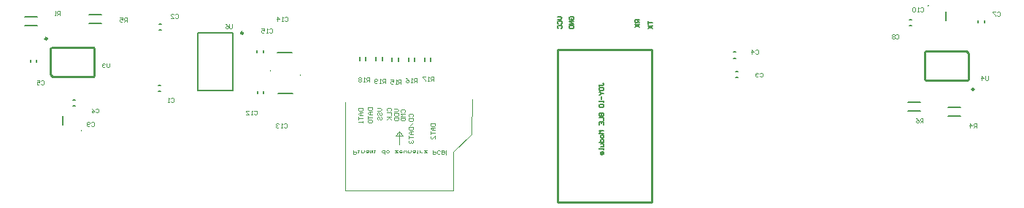
<source format=gbo>
G04*
G04 #@! TF.GenerationSoftware,Altium Limited,Altium Designer,21.3.2 (30)*
G04*
G04 Layer_Color=32896*
%FSLAX43Y43*%
%MOMM*%
G71*
G04*
G04 #@! TF.SameCoordinates,66AE08A6-6C82-4575-8D08-AF68D2AC6B58*
G04*
G04*
G04 #@! TF.FilePolarity,Positive*
G04*
G01*
G75*
%ADD10C,0.127*%
%ADD12C,0.200*%
%ADD14C,0.250*%
%ADD15C,0.254*%
%ADD16C,0.152*%
%ADD17C,0.203*%
%ADD18C,0.100*%
D10*
X31986Y62195D02*
G03*
X31986Y62195I-51J0D01*
G01*
X108300Y69757D02*
G03*
X108300Y69757I-51J0D01*
G01*
X10051Y55243D02*
G03*
X10051Y55243I-51J0D01*
G01*
X35465Y61704D02*
G03*
X35465Y61704I-51J0D01*
G01*
X75807Y67986D02*
Y67647D01*
Y67817D01*
X76315D01*
X75807Y67478D02*
X76315Y67140D01*
X75807D02*
X76315Y67478D01*
X66748Y68155D02*
X66663Y68240D01*
Y68409D01*
X66748Y68494D01*
X67086D01*
X67171Y68409D01*
Y68240D01*
X67086Y68155D01*
X66917D01*
Y68325D01*
X67171Y67986D02*
X66663D01*
X67171Y67648D01*
X66663D01*
Y67478D02*
X67171D01*
Y67224D01*
X67086Y67140D01*
X66748D01*
X66663Y67224D01*
Y67478D01*
X65266Y68494D02*
X65605D01*
X65774Y68325D01*
X65605Y68155D01*
X65266D01*
X65351Y67648D02*
X65266Y67732D01*
Y67902D01*
X65351Y67986D01*
X65689D01*
X65774Y67902D01*
Y67732D01*
X65689Y67648D01*
X65351Y67140D02*
X65266Y67224D01*
Y67394D01*
X65351Y67478D01*
X65689D01*
X65774Y67394D01*
Y67224D01*
X65689Y67140D01*
X74791Y68113D02*
X74283D01*
Y67859D01*
X74368Y67774D01*
X74537D01*
X74622Y67859D01*
Y68113D01*
Y67944D02*
X74791Y67774D01*
X74283Y67605D02*
X74791Y67267D01*
X74283D02*
X74791Y67605D01*
X70092Y60408D02*
Y60578D01*
Y60493D01*
X70515D01*
X70600Y60578D01*
Y60662D01*
X70515Y60747D01*
X70092Y60239D02*
X70600D01*
Y59985D01*
X70515Y59901D01*
X70177D01*
X70092Y59985D01*
Y60239D01*
Y59731D02*
X70177D01*
X70346Y59562D01*
X70177Y59393D01*
X70092D01*
X70346Y59562D02*
X70600D01*
X70346Y59223D02*
Y58885D01*
X70600Y58716D02*
Y58546D01*
Y58631D01*
X70092D01*
X70177Y58716D01*
Y58292D02*
X70092Y58208D01*
Y58039D01*
X70177Y57954D01*
X70515D01*
X70600Y58039D01*
Y58208D01*
X70515Y58292D01*
X70177D01*
X70092Y57277D02*
X70600D01*
Y57023D01*
X70515Y56938D01*
X70431D01*
X70346Y57023D01*
Y57277D01*
Y57023D01*
X70261Y56938D01*
X70177D01*
X70092Y57023D01*
Y57277D01*
Y56769D02*
X70600D01*
Y56430D01*
X70092Y55923D02*
Y56261D01*
X70600D01*
Y55923D01*
X70346Y56261D02*
Y56092D01*
X70600Y55245D02*
X70092D01*
X70261Y55076D01*
X70092Y54907D01*
X70600D01*
Y54653D02*
Y54484D01*
X70515Y54399D01*
X70346D01*
X70261Y54484D01*
Y54653D01*
X70346Y54738D01*
X70515D01*
X70600Y54653D01*
X70092Y53891D02*
X70600D01*
Y54145D01*
X70515Y54230D01*
X70346D01*
X70261Y54145D01*
Y53891D01*
Y53722D02*
X70515D01*
X70600Y53637D01*
Y53383D01*
X70261D01*
X70600Y53214D02*
Y53045D01*
Y53129D01*
X70092D01*
Y53214D01*
X70600Y52537D02*
Y52706D01*
X70515Y52791D01*
X70346D01*
X70261Y52706D01*
Y52537D01*
X70346Y52452D01*
X70431D01*
Y52791D01*
D12*
X27650Y59950D02*
Y66650D01*
X23550Y59950D02*
Y66650D01*
X27650D01*
X23550Y59950D02*
X27650D01*
D14*
X28800Y66600D02*
G03*
X28800Y66600I-125J0D01*
G01*
D15*
X113600Y60056D02*
G03*
X113600Y60056I-127J0D01*
G01*
X6079Y65944D02*
G03*
X6079Y65944I-127J0D01*
G01*
X65266Y47000D02*
Y64684D01*
X76188D01*
Y47000D02*
Y64684D01*
X65266Y47000D02*
X76188D01*
X108012Y61072D02*
X112838D01*
X107885Y61199D02*
X108012Y61072D01*
X107885Y61199D02*
Y64374D01*
X108012Y64501D01*
X112711D01*
X112965Y64247D01*
Y61199D02*
Y64247D01*
X6587Y64928D02*
X11413D01*
X11540Y64801D01*
Y61626D02*
Y64801D01*
X11413Y61499D02*
X11540Y61626D01*
X6714Y61499D02*
X11413D01*
X6460Y61753D02*
X6714Y61499D01*
X6460Y61753D02*
Y64801D01*
D16*
X85657Y64406D02*
X85911D01*
X85657Y63694D02*
X85911D01*
X85957Y62156D02*
X86211D01*
X85957Y61444D02*
X86211D01*
X3513Y67492D02*
X4935D01*
X3513Y68508D02*
X4935D01*
X18957Y60556D02*
X19211D01*
X18957Y59844D02*
X19211D01*
X19039Y67656D02*
X19293D01*
X19039Y66944D02*
X19293D01*
X105963Y57542D02*
X107385D01*
X105963Y58558D02*
X107385D01*
X10965Y68708D02*
X12387D01*
X10965Y67692D02*
X12387D01*
X110613Y56992D02*
X112035D01*
X110613Y58008D02*
X112035D01*
X114094Y67839D02*
Y68093D01*
X114806Y67839D02*
Y68093D01*
X44220Y63371D02*
Y63829D01*
X44931Y63371D02*
Y63829D01*
X42340Y63403D02*
Y63861D01*
X43051Y63403D02*
Y63861D01*
X49860Y63321D02*
Y63779D01*
X50571Y63321D02*
Y63779D01*
X47980Y63321D02*
Y63779D01*
X48691Y63321D02*
Y63779D01*
X46100Y63321D02*
Y63779D01*
X46811Y63321D02*
Y63779D01*
X30444Y64307D02*
Y64561D01*
X31156Y64307D02*
Y64561D01*
X31206Y59557D02*
Y59811D01*
X30494Y59557D02*
Y59811D01*
X110370Y68017D02*
Y69083D01*
X7880Y55917D02*
Y56983D01*
X106107Y67444D02*
X106361D01*
X106107Y68156D02*
X106361D01*
X9089Y58856D02*
X9343D01*
X9089Y58144D02*
X9343D01*
X4856Y63257D02*
Y63511D01*
X4144Y63257D02*
Y63511D01*
D17*
X32812Y64342D02*
X34488D01*
X32862Y59558D02*
X34538D01*
D18*
X46955Y55150D02*
X47330Y54650D01*
X46480D02*
X47330D01*
X46480D02*
X46955Y55150D01*
Y53700D02*
Y55150D01*
X40630Y48350D02*
Y58550D01*
Y48350D02*
X53180D01*
X53222Y52792D01*
X55303Y54873D01*
X55379Y58909D01*
X41580Y53025D02*
Y52525D01*
X41830D01*
X41913Y52609D01*
Y52775D01*
X41830Y52858D01*
X41580D01*
X42080Y53025D02*
X42247D01*
X42163D01*
Y52692D01*
X42080D01*
X42496Y53025D02*
Y52692D01*
X42746D01*
X42830Y52775D01*
Y53025D01*
X43080Y52692D02*
X43246D01*
X43329Y52775D01*
Y53025D01*
X43080D01*
X42996Y52942D01*
X43080Y52858D01*
X43329D01*
X43496Y53025D02*
Y52692D01*
X43579D01*
X43663Y52775D01*
Y53025D01*
Y52775D01*
X43746Y52692D01*
X43829Y52775D01*
Y53025D01*
X43996D02*
X44163D01*
X44079D01*
Y52692D01*
X43996D01*
X45246Y52525D02*
Y53025D01*
X44996D01*
X44912Y52942D01*
Y52775D01*
X44996Y52692D01*
X45246D01*
X45495Y53025D02*
X45662D01*
X45745Y52942D01*
Y52775D01*
X45662Y52692D01*
X45495D01*
X45412Y52775D01*
Y52942D01*
X45495Y53025D01*
X46412Y52692D02*
X46745D01*
X46412Y53025D01*
X46745D01*
X47162D02*
X46995D01*
X46912Y52942D01*
Y52775D01*
X46995Y52692D01*
X47162D01*
X47245Y52775D01*
Y52858D01*
X46912D01*
X47411Y52692D02*
Y52942D01*
X47495Y53025D01*
X47578Y52942D01*
X47661Y53025D01*
X47745Y52942D01*
Y52692D01*
X47911Y53025D02*
Y52692D01*
X48161D01*
X48245Y52775D01*
Y53025D01*
X48494Y52692D02*
X48661D01*
X48744Y52775D01*
Y53025D01*
X48494D01*
X48411Y52942D01*
X48494Y52858D01*
X48744D01*
X48994Y52609D02*
Y52692D01*
X48911D01*
X49078D01*
X48994D01*
Y52942D01*
X49078Y53025D01*
X49328Y52692D02*
Y53025D01*
Y52858D01*
X49411Y52775D01*
X49494Y52692D01*
X49577D01*
X49827D02*
X50161D01*
X49827Y53025D01*
X50161D01*
X50827D02*
Y52525D01*
X51077D01*
X51160Y52609D01*
Y52775D01*
X51077Y52858D01*
X50827D01*
X51660Y52609D02*
X51577Y52525D01*
X51410D01*
X51327Y52609D01*
Y52942D01*
X51410Y53025D01*
X51577D01*
X51660Y52942D01*
X51827Y52525D02*
Y53025D01*
X52077D01*
X52160Y52942D01*
Y52858D01*
X52077Y52775D01*
X51827D01*
X52077D01*
X52160Y52692D01*
Y52609D01*
X52077Y52525D01*
X51827D01*
X52327Y52858D02*
Y52442D01*
Y52942D02*
Y53025D01*
X42155Y57900D02*
X42655D01*
Y57650D01*
X42572Y57567D01*
X42239D01*
X42155Y57650D01*
Y57900D01*
X42655Y57400D02*
X42322D01*
X42155Y57234D01*
X42322Y57067D01*
X42655D01*
X42405D01*
Y57400D01*
X42155Y56900D02*
Y56567D01*
Y56734D01*
X42655D01*
Y56401D02*
Y56234D01*
Y56317D01*
X42155D01*
X42239Y56401D01*
X43280Y58000D02*
X43780D01*
Y57750D01*
X43697Y57667D01*
X43364D01*
X43280Y57750D01*
Y58000D01*
X43780Y57500D02*
X43447D01*
X43280Y57334D01*
X43447Y57167D01*
X43780D01*
X43530D01*
Y57500D01*
X43280Y57000D02*
Y56667D01*
Y56834D01*
X43780D01*
X43364Y56501D02*
X43280Y56417D01*
Y56251D01*
X43364Y56167D01*
X43697D01*
X43780Y56251D01*
Y56417D01*
X43697Y56501D01*
X43364D01*
X44405Y57900D02*
X44738D01*
X44905Y57733D01*
X44738Y57567D01*
X44405D01*
X44489Y57067D02*
X44405Y57150D01*
Y57317D01*
X44489Y57400D01*
X44572D01*
X44655Y57317D01*
Y57150D01*
X44738Y57067D01*
X44822D01*
X44905Y57150D01*
Y57317D01*
X44822Y57400D01*
X44489Y56567D02*
X44405Y56650D01*
Y56817D01*
X44489Y56900D01*
X44572D01*
X44655Y56817D01*
Y56650D01*
X44738Y56567D01*
X44822D01*
X44905Y56650D01*
Y56817D01*
X44822Y56900D01*
X45589Y57567D02*
X45505Y57650D01*
Y57817D01*
X45589Y57900D01*
X45922D01*
X46005Y57817D01*
Y57650D01*
X45922Y57567D01*
X45505Y57400D02*
X46005D01*
Y57067D01*
X45505Y56900D02*
X46005D01*
X45838D01*
X45505Y56567D01*
X45755Y56817D01*
X46005Y56567D01*
X46350Y57800D02*
X46683D01*
X46850Y57633D01*
X46683Y57467D01*
X46350D01*
Y57300D02*
X46850D01*
Y57050D01*
X46767Y56967D01*
X46433D01*
X46350Y57050D01*
Y57300D01*
Y56800D02*
X46850D01*
Y56550D01*
X46767Y56467D01*
X46433D01*
X46350Y56550D01*
Y56800D01*
X47183Y57417D02*
X47100Y57500D01*
Y57667D01*
X47183Y57750D01*
X47517D01*
X47600Y57667D01*
Y57500D01*
X47517Y57417D01*
X47600Y57250D02*
X47100D01*
X47267Y57084D01*
X47100Y56917D01*
X47600D01*
X47100Y56750D02*
X47600D01*
Y56500D01*
X47517Y56417D01*
X47183D01*
X47100Y56500D01*
Y56750D01*
X48083Y56867D02*
X48000Y56950D01*
Y57117D01*
X48083Y57200D01*
X48417D01*
X48500Y57117D01*
Y56950D01*
X48417Y56867D01*
X48000Y56700D02*
X48500D01*
Y56450D01*
X48417Y56367D01*
X48083D01*
X48000Y56450D01*
Y56700D01*
X48500Y56200D02*
X48167Y55867D01*
X48000Y55700D02*
X48500D01*
Y55451D01*
X48417Y55367D01*
X48083D01*
X48000Y55451D01*
Y55700D01*
X48500Y55201D02*
X48167D01*
X48000Y55034D01*
X48167Y54867D01*
X48500D01*
X48250D01*
Y55201D01*
X48000Y54701D02*
Y54368D01*
Y54534D01*
X48500D01*
X48083Y54201D02*
X48000Y54118D01*
Y53951D01*
X48083Y53868D01*
X48167D01*
X48250Y53951D01*
Y54034D01*
Y53951D01*
X48333Y53868D01*
X48417D01*
X48500Y53951D01*
Y54118D01*
X48417Y54201D01*
X50600Y56150D02*
X51100D01*
Y55900D01*
X51017Y55817D01*
X50683D01*
X50600Y55900D01*
Y56150D01*
X51100Y55650D02*
X50767D01*
X50600Y55484D01*
X50767Y55317D01*
X51100D01*
X50850D01*
Y55650D01*
X50600Y55150D02*
Y54817D01*
Y54984D01*
X51100D01*
Y54317D02*
Y54650D01*
X50767Y54317D01*
X50683D01*
X50600Y54401D01*
Y54567D01*
X50683Y54650D01*
X7583Y68650D02*
Y69150D01*
X7333D01*
X7250Y69067D01*
Y68900D01*
X7333Y68817D01*
X7583D01*
X7417D02*
X7250Y68650D01*
X7083D02*
X6917D01*
X7000D01*
Y69150D01*
X7083Y69067D01*
X88233Y64617D02*
X88317Y64700D01*
X88483D01*
X88567Y64617D01*
Y64283D01*
X88483Y64200D01*
X88317D01*
X88233Y64283D01*
X87817Y64200D02*
Y64700D01*
X88067Y64450D01*
X87733D01*
X27567Y67600D02*
Y67183D01*
X27483Y67100D01*
X27317D01*
X27233Y67183D01*
Y67600D01*
X26733D02*
X26900Y67517D01*
X27067Y67350D01*
Y67183D01*
X26983Y67100D01*
X26817D01*
X26733Y67183D01*
Y67267D01*
X26817Y67350D01*
X27067D01*
X115267Y61650D02*
Y61233D01*
X115183Y61150D01*
X115017D01*
X114933Y61233D01*
Y61650D01*
X114517Y61150D02*
Y61650D01*
X114767Y61400D01*
X114433D01*
X13267Y63100D02*
Y62683D01*
X13183Y62600D01*
X13017D01*
X12933Y62683D01*
Y63100D01*
X12767Y63017D02*
X12683Y63100D01*
X12517D01*
X12433Y63017D01*
Y62933D01*
X12517Y62850D01*
X12600D01*
X12517D01*
X12433Y62767D01*
Y62683D01*
X12517Y62600D01*
X12683D01*
X12767Y62683D01*
X45275Y60800D02*
Y61300D01*
X45025D01*
X44942Y61217D01*
Y61050D01*
X45025Y60967D01*
X45275D01*
X45108D02*
X44942Y60800D01*
X44775D02*
X44608D01*
X44692D01*
Y61300D01*
X44775Y61217D01*
X44358Y60883D02*
X44275Y60800D01*
X44109D01*
X44025Y60883D01*
Y61217D01*
X44109Y61300D01*
X44275D01*
X44358Y61217D01*
Y61133D01*
X44275Y61050D01*
X44025D01*
X43425Y60950D02*
Y61450D01*
X43175D01*
X43092Y61367D01*
Y61200D01*
X43175Y61117D01*
X43425D01*
X43258D02*
X43092Y60950D01*
X42925D02*
X42758D01*
X42842D01*
Y61450D01*
X42925Y61367D01*
X42508D02*
X42425Y61450D01*
X42259D01*
X42175Y61367D01*
Y61283D01*
X42259Y61200D01*
X42175Y61117D01*
Y61033D01*
X42259Y60950D01*
X42425D01*
X42508Y61033D01*
Y61117D01*
X42425Y61200D01*
X42508Y61283D01*
Y61367D01*
X42425Y61200D02*
X42259D01*
X50875Y61050D02*
Y61550D01*
X50625D01*
X50542Y61467D01*
Y61300D01*
X50625Y61217D01*
X50875D01*
X50708D02*
X50542Y61050D01*
X50375D02*
X50208D01*
X50292D01*
Y61550D01*
X50375Y61467D01*
X49958Y61550D02*
X49625D01*
Y61467D01*
X49958Y61133D01*
Y61050D01*
X48925Y60900D02*
Y61400D01*
X48675D01*
X48592Y61317D01*
Y61150D01*
X48675Y61067D01*
X48925D01*
X48758D02*
X48592Y60900D01*
X48425D02*
X48258D01*
X48342D01*
Y61400D01*
X48425Y61317D01*
X47675Y61400D02*
X47842Y61317D01*
X48008Y61150D01*
Y60983D01*
X47925Y60900D01*
X47759D01*
X47675Y60983D01*
Y61067D01*
X47759Y61150D01*
X48008D01*
X47125Y60700D02*
Y61200D01*
X46875D01*
X46792Y61117D01*
Y60950D01*
X46875Y60867D01*
X47125D01*
X46958D02*
X46792Y60700D01*
X46625D02*
X46458D01*
X46542D01*
Y61200D01*
X46625Y61117D01*
X45875Y61200D02*
X46208D01*
Y60950D01*
X46042Y61033D01*
X45959D01*
X45875Y60950D01*
Y60783D01*
X45959Y60700D01*
X46125D01*
X46208Y60783D01*
X107667Y56200D02*
Y56700D01*
X107417D01*
X107333Y56617D01*
Y56450D01*
X107417Y56367D01*
X107667D01*
X107500D02*
X107333Y56200D01*
X106833Y56700D02*
X107000Y56617D01*
X107167Y56450D01*
Y56283D01*
X107083Y56200D01*
X106917D01*
X106833Y56283D01*
Y56367D01*
X106917Y56450D01*
X107167D01*
X15317Y67900D02*
Y68400D01*
X15067D01*
X14983Y68317D01*
Y68150D01*
X15067Y68067D01*
X15317D01*
X15150D02*
X14983Y67900D01*
X14483Y68400D02*
X14817D01*
Y68150D01*
X14650Y68233D01*
X14567D01*
X14483Y68150D01*
Y67983D01*
X14567Y67900D01*
X14733D01*
X14817Y67983D01*
X113867Y55600D02*
Y56100D01*
X113617D01*
X113533Y56017D01*
Y55850D01*
X113617Y55767D01*
X113867D01*
X113700D02*
X113533Y55600D01*
X113117D02*
Y56100D01*
X113367Y55850D01*
X113033D01*
X31842Y67017D02*
X31925Y67100D01*
X32091D01*
X32175Y67017D01*
Y66683D01*
X32091Y66600D01*
X31925D01*
X31842Y66683D01*
X31675Y66600D02*
X31508D01*
X31592D01*
Y67100D01*
X31675Y67017D01*
X30925Y67100D02*
X31258D01*
Y66850D01*
X31092Y66933D01*
X31009D01*
X30925Y66850D01*
Y66683D01*
X31009Y66600D01*
X31175D01*
X31258Y66683D01*
X30092Y57517D02*
X30175Y57600D01*
X30341D01*
X30425Y57517D01*
Y57183D01*
X30341Y57100D01*
X30175D01*
X30092Y57183D01*
X29925Y57100D02*
X29758D01*
X29842D01*
Y57600D01*
X29925Y57517D01*
X29175Y57100D02*
X29508D01*
X29175Y57433D01*
Y57517D01*
X29259Y57600D01*
X29425D01*
X29508Y57517D01*
X107392Y69467D02*
X107475Y69550D01*
X107641D01*
X107725Y69467D01*
Y69133D01*
X107641Y69050D01*
X107475D01*
X107392Y69133D01*
X107225Y69050D02*
X107058D01*
X107142D01*
Y69550D01*
X107225Y69467D01*
X106808D02*
X106725Y69550D01*
X106559D01*
X106475Y69467D01*
Y69133D01*
X106559Y69050D01*
X106725D01*
X106808Y69133D01*
Y69467D01*
X11183Y56167D02*
X11267Y56250D01*
X11433D01*
X11517Y56167D01*
Y55833D01*
X11433Y55750D01*
X11267D01*
X11183Y55833D01*
X11017D02*
X10933Y55750D01*
X10767D01*
X10683Y55833D01*
Y56167D01*
X10767Y56250D01*
X10933D01*
X11017Y56167D01*
Y56083D01*
X10933Y56000D01*
X10683D01*
X104533Y66367D02*
X104617Y66450D01*
X104783D01*
X104867Y66367D01*
Y66033D01*
X104783Y65950D01*
X104617D01*
X104533Y66033D01*
X104367Y66367D02*
X104283Y66450D01*
X104117D01*
X104033Y66367D01*
Y66283D01*
X104117Y66200D01*
X104033Y66117D01*
Y66033D01*
X104117Y65950D01*
X104283D01*
X104367Y66033D01*
Y66117D01*
X104283Y66200D01*
X104367Y66283D01*
Y66367D01*
X104283Y66200D02*
X104117D01*
X116233Y69017D02*
X116317Y69100D01*
X116483D01*
X116567Y69017D01*
Y68683D01*
X116483Y68600D01*
X116317D01*
X116233Y68683D01*
X116067Y69100D02*
X115733D01*
Y69017D01*
X116067Y68683D01*
Y68600D01*
X11733Y57767D02*
X11817Y57850D01*
X11983D01*
X12067Y57767D01*
Y57433D01*
X11983Y57350D01*
X11817D01*
X11733Y57433D01*
X11233Y57850D02*
X11400Y57767D01*
X11567Y57600D01*
Y57433D01*
X11483Y57350D01*
X11317D01*
X11233Y57433D01*
Y57517D01*
X11317Y57600D01*
X11567D01*
X5383Y61017D02*
X5467Y61100D01*
X5633D01*
X5717Y61017D01*
Y60683D01*
X5633Y60600D01*
X5467D01*
X5383Y60683D01*
X4883Y61100D02*
X5217D01*
Y60850D01*
X5050Y60933D01*
X4967D01*
X4883Y60850D01*
Y60683D01*
X4967Y60600D01*
X5133D01*
X5217Y60683D01*
X88733Y61917D02*
X88817Y62000D01*
X88983D01*
X89067Y61917D01*
Y61583D01*
X88983Y61500D01*
X88817D01*
X88733Y61583D01*
X88567Y61917D02*
X88483Y62000D01*
X88317D01*
X88233Y61917D01*
Y61833D01*
X88317Y61750D01*
X88400D01*
X88317D01*
X88233Y61667D01*
Y61583D01*
X88317Y61500D01*
X88483D01*
X88567Y61583D01*
X20933Y68717D02*
X21017Y68800D01*
X21183D01*
X21267Y68717D01*
Y68383D01*
X21183Y68300D01*
X21017D01*
X20933Y68383D01*
X20433Y68300D02*
X20767D01*
X20433Y68633D01*
Y68717D01*
X20517Y68800D01*
X20683D01*
X20767Y68717D01*
X33642Y68417D02*
X33725Y68500D01*
X33891D01*
X33975Y68417D01*
Y68083D01*
X33891Y68000D01*
X33725D01*
X33642Y68083D01*
X33475Y68000D02*
X33308D01*
X33392D01*
Y68500D01*
X33475Y68417D01*
X32809Y68000D02*
Y68500D01*
X33058Y68250D01*
X32725D01*
X33542Y56067D02*
X33625Y56150D01*
X33791D01*
X33875Y56067D01*
Y55733D01*
X33791Y55650D01*
X33625D01*
X33542Y55733D01*
X33375Y55650D02*
X33208D01*
X33292D01*
Y56150D01*
X33375Y56067D01*
X32958D02*
X32875Y56150D01*
X32709D01*
X32625Y56067D01*
Y55983D01*
X32709Y55900D01*
X32792D01*
X32709D01*
X32625Y55817D01*
Y55733D01*
X32709Y55650D01*
X32875D01*
X32958Y55733D01*
X20450Y59017D02*
X20533Y59100D01*
X20700D01*
X20783Y59017D01*
Y58683D01*
X20700Y58600D01*
X20533D01*
X20450Y58683D01*
X20283Y58600D02*
X20117D01*
X20200D01*
Y59100D01*
X20283Y59017D01*
M02*

</source>
